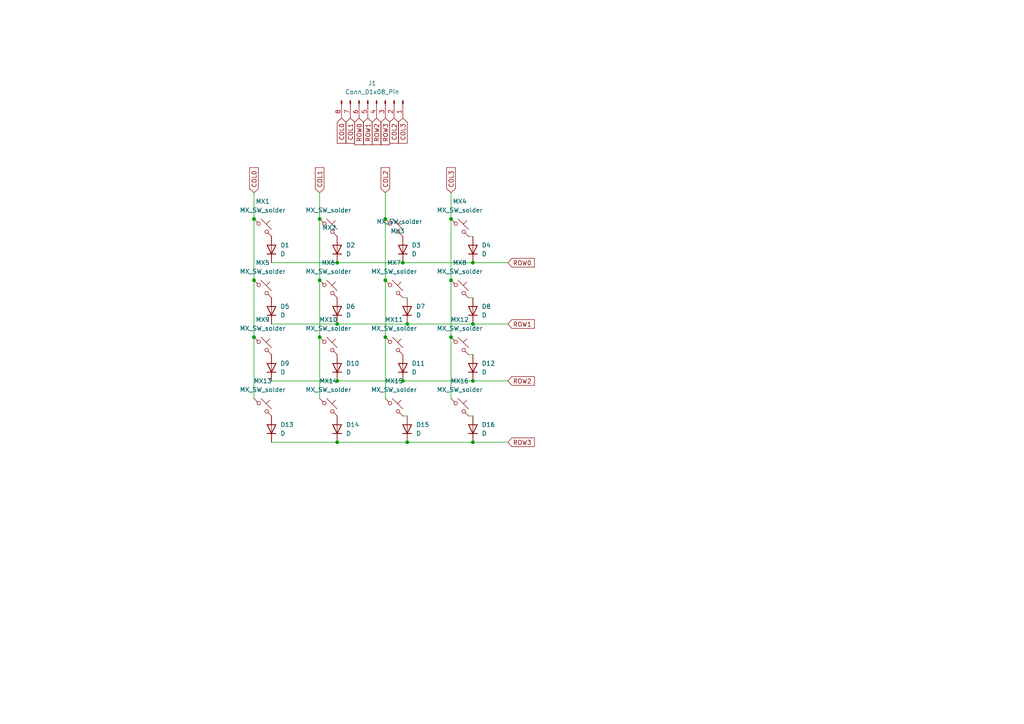
<source format=kicad_sch>
(kicad_sch (version 20250114) (generator "eeschema") (generator_version "9.0")
  (paper "A4")
  (lib_symbols
    (symbol "Connector:Conn_01x08_Pin" (pin_names (offset 1.016) (hide yes))
      (property "Reference" "J" (at 0 10.16 0))
      (property "Value" "Conn_01x08_Pin" (at 0 -12.7 0))
      (symbol "Conn_01x08_Pin_1_1"
        (rectangle (start 0.8636 7.747) (end 0 7.493) (stroke (width 0.1524)) (fill (type outline)))
        (rectangle (start 0.8636 5.207) (end 0 4.953) (stroke (width 0.1524)) (fill (type outline)))
        (rectangle (start 0.8636 2.667) (end 0 2.413) (stroke (width 0.1524)) (fill (type outline)))
        (rectangle (start 0.8636 0.127) (end 0 -0.127) (stroke (width 0.1524)) (fill (type outline)))
        (rectangle (start 0.8636 -2.413) (end 0 -2.667) (stroke (width 0.1524)) (fill (type outline)))
        (rectangle (start 0.8636 -4.953) (end 0 -5.207) (stroke (width 0.1524)) (fill (type outline)))
        (rectangle (start 0.8636 -7.493) (end 0 -7.747) (stroke (width 0.1524)) (fill (type outline)))
        (rectangle (start 0.8636 -10.033) (end 0 -10.287) (stroke (width 0.1524)) (fill (type outline)))
        (polyline (pts (xy 1.27 7.62) (xy 0.8636 7.62)) (stroke (width 0.1524)))
        (polyline (pts (xy 1.27 5.08) (xy 0.8636 5.08)) (stroke (width 0.1524)))
        (polyline (pts (xy 1.27 2.54) (xy 0.8636 2.54)) (stroke (width 0.1524)))
        (polyline (pts (xy 1.27 0) (xy 0.8636 0)) (stroke (width 0.1524)))
        (polyline (pts (xy 1.27 -2.54) (xy 0.8636 -2.54)) (stroke (width 0.1524)))
        (polyline (pts (xy 1.27 -5.08) (xy 0.8636 -5.08)) (stroke (width 0.1524)))
        (polyline (pts (xy 1.27 -7.62) (xy 0.8636 -7.62)) (stroke (width 0.1524)))
        (polyline (pts (xy 1.27 -10.16) (xy 0.8636 -10.16)) (stroke (width 0.1524)))
        (pin passive line (at 5.08 7.62 180) (length 3.81) (name "Pin_1") (number "1"))
        (pin passive line (at 5.08 5.08 180) (length 3.81) (name "Pin_2") (number "2"))
        (pin passive line (at 5.08 2.54 180) (length 3.81) (name "Pin_3") (number "3"))
        (pin passive line (at 5.08 0 180) (length 3.81) (name "Pin_4") (number "4"))
        (pin passive line (at 5.08 -2.54 180) (length 3.81) (name "Pin_5") (number "5"))
        (pin passive line (at 5.08 -5.08 180) (length 3.81) (name "Pin_6") (number "6"))
        (pin passive line (at 5.08 -7.62 180) (length 3.81) (name "Pin_7") (number "7"))
        (pin passive line (at 5.08 -10.16 180) (length 3.81) (name "Pin_8") (number "8"))
      )
    )
    (symbol "Device:D" (pin_numbers (hide yes)) (pin_names (offset 1.016) (hide yes))
      (property "Reference" "D" (at 0 2.54 0))
      (property "Value" "D" (at 0 -2.54 0))
      (symbol "D_0_1"
        (polyline (pts (xy -1.27 1.27) (xy -1.27 -1.27)) (stroke (width 0.254)))
        (polyline (pts (xy 1.27 1.27) (xy 1.27 -1.27) (xy -1.27 0) (xy 1.27 1.27)) (stroke (width 0.254)))
        (polyline (pts (xy 1.27 0) (xy -1.27 0)))
      )
      (symbol "D_1_1"
        (pin passive line (at -3.81 0 0) (length 2.54) (name "K") (number "1"))
        (pin passive line (at 3.81 0 180) (length 2.54) (name "A") (number "2"))
      )
    )
    (symbol "PCM_marbastlib-mx:MX_SW_solder" (pin_numbers (hide yes)) (pin_names (offset 1.016) (hide yes))
      (property "Reference" "MX" (at 3.048 1.016 0))
      (property "Value" "MX_SW_solder" (at 0 -3.81 0))
      (symbol "MX_SW_solder_0_1"
        (polyline (pts (xy -2.54 2.54) (xy -1.524 1.524) (xy -1.524 1.524)))
        (circle (center -1.1684 1.1684) (radius 0.508))
        (polyline (pts (xy -0.508 2.54) (xy 2.54 -0.508)))
        (polyline (pts (xy 1.016 1.016) (xy 2.032 2.032)))
        (circle (center 1.143 -1.1938) (radius 0.508))
        (polyline (pts (xy 1.524 -1.524) (xy 2.54 -2.54) (xy 2.54 -2.54) (xy 2.54 -2.54)))
        (pin passive line (at -2.54 2.54 0) (length 0) (name "1") (number "1"))
        (pin passive line (at 2.54 -2.54 180) (length 0) (name "2") (number "2"))
      )
    )
  )
  (junction (at 116.84 110.49))
  (junction (at 97.79 110.49))
  (junction (at 111.76 81.28))
  (junction (at 137.16 110.49))
  (junction (at 92.71 81.28))
  (junction (at 111.76 63.5))
  (junction (at 130.81 81.28))
  (junction (at 137.16 128.27))
  (junction (at 118.11 128.27))
  (junction (at 92.71 63.5))
  (junction (at 73.66 81.28))
  (junction (at 130.81 63.5))
  (junction (at 118.11 93.98))
  (junction (at 137.16 93.98))
  (junction (at 97.79 128.27))
  (junction (at 116.84 76.2))
  (junction (at 97.79 76.2))
  (junction (at 73.66 63.5))
  (junction (at 73.66 97.79))
  (junction (at 130.81 97.79))
  (junction (at 97.79 93.98))
  (junction (at 92.71 97.79))
  (junction (at 137.16 76.2))
  (junction (at 111.76 97.79))
  (wire (pts (xy 118.11 128.27) (xy 137.16 128.27)))
  (wire (pts (xy 78.74 76.2) (xy 97.79 76.2)))
  (wire (pts (xy 78.74 128.27) (xy 97.79 128.27)))
  (wire (pts (xy 137.16 86.36) (xy 135.89 86.36)))
  (wire (pts (xy 111.76 97.79) (xy 111.76 115.57)))
  (wire (pts (xy 137.16 110.49) (xy 147.32 110.49)))
  (wire (pts (xy 147.32 93.98) (xy 137.16 93.98)))
  (wire (pts (xy 118.11 86.36) (xy 116.84 86.36)))
  (wire (pts (xy 73.66 63.5) (xy 73.66 81.28)))
  (wire (pts (xy 147.32 128.27) (xy 137.16 128.27)))
  (wire (pts (xy 97.79 128.27) (xy 118.11 128.27)))
  (wire (pts (xy 130.81 97.79) (xy 130.81 115.57)))
  (wire (pts (xy 97.79 76.2) (xy 116.84 76.2)))
  (wire (pts (xy 130.81 55.88) (xy 130.81 63.5)))
  (wire (pts (xy 130.81 81.28) (xy 130.81 97.79)))
  (wire (pts (xy 92.71 97.79) (xy 92.71 115.57)))
  (wire (pts (xy 97.79 110.49) (xy 116.84 110.49)))
  (wire (pts (xy 130.81 63.5) (xy 130.81 81.28)))
  (wire (pts (xy 137.16 68.58) (xy 135.89 68.58)))
  (wire (pts (xy 137.16 120.65) (xy 135.89 120.65)))
  (wire (pts (xy 111.76 81.28) (xy 111.76 97.79)))
  (wire (pts (xy 78.74 93.98) (xy 97.79 93.98)))
  (wire (pts (xy 92.71 81.28) (xy 92.71 97.79)))
  (wire (pts (xy 116.84 110.49) (xy 137.16 110.49)))
  (wire (pts (xy 97.79 93.98) (xy 118.11 93.98)))
  (wire (pts (xy 118.11 120.65) (xy 116.84 120.65)))
  (wire (pts (xy 92.71 55.88) (xy 92.71 63.5)))
  (wire (pts (xy 73.66 97.79) (xy 73.66 115.57)))
  (wire (pts (xy 92.71 63.5) (xy 92.71 81.28)))
  (wire (pts (xy 73.66 81.28) (xy 73.66 97.79)))
  (wire (pts (xy 137.16 76.2) (xy 147.32 76.2)))
  (wire (pts (xy 135.89 102.87) (xy 137.16 102.87)))
  (wire (pts (xy 116.84 76.2) (xy 137.16 76.2)))
  (wire (pts (xy 78.74 110.49) (xy 97.79 110.49)))
  (wire (pts (xy 111.76 55.88) (xy 111.76 63.5)))
  (wire (pts (xy 111.76 63.5) (xy 111.76 81.28)))
  (wire (pts (xy 73.66 55.88) (xy 73.66 63.5)))
  (wire (pts (xy 118.11 93.98) (xy 137.16 93.98)))
  (global_label "COL3" (shape input) (at 130.81 55.88 90) (property "Intersheetrefs" "${INTERSHEET_REFS}" (effects (hide yes))))
  (global_label "ROW2" (shape input) (at 147.32 110.49 0) (property "Intersheetrefs" "${INTERSHEET_REFS}" (effects (hide yes))))
  (global_label "ROW3" (shape input) (at 111.76 34.29 270) (property "Intersheetrefs" "${INTERSHEET_REFS}" (effects (hide yes))))
  (global_label "ROW0" (shape input) (at 104.14 34.29 270) (property "Intersheetrefs" "${INTERSHEET_REFS}" (effects (hide yes))))
  (global_label "COL0" (shape input) (at 73.66 55.88 90) (property "Intersheetrefs" "${INTERSHEET_REFS}" (effects (hide yes))))
  (global_label "COL2" (shape input) (at 114.3 34.29 270) (property "Intersheetrefs" "${INTERSHEET_REFS}" (effects (hide yes))))
  (global_label "ROW1" (shape input) (at 106.68 34.29 270) (property "Intersheetrefs" "${INTERSHEET_REFS}" (effects (hide yes))))
  (global_label "COL1" (shape input) (at 101.6 34.29 270) (property "Intersheetrefs" "${INTERSHEET_REFS}" (effects (hide yes))))
  (global_label "COL0" (shape input) (at 99.06 34.29 270) (property "Intersheetrefs" "${INTERSHEET_REFS}" (effects (hide yes))))
  (global_label "ROW3" (shape input) (at 147.32 128.27 0) (property "Intersheetrefs" "${INTERSHEET_REFS}" (effects (hide yes))))
  (global_label "ROW0" (shape input) (at 147.32 76.2 0) (property "Intersheetrefs" "${INTERSHEET_REFS}" (effects (hide yes))))
  (global_label "COL1" (shape input) (at 92.71 55.88 90) (property "Intersheetrefs" "${INTERSHEET_REFS}" (effects (hide yes))))
  (global_label "COL3" (shape input) (at 116.84 34.29 270) (property "Intersheetrefs" "${INTERSHEET_REFS}" (effects (hide yes))))
  (global_label "ROW2" (shape input) (at 109.22 34.29 270) (property "Intersheetrefs" "${INTERSHEET_REFS}" (effects (hide yes))))
  (global_label "COL2" (shape input) (at 111.76 55.88 90) (property "Intersheetrefs" "${INTERSHEET_REFS}" (effects (hide yes))))
  (global_label "ROW1" (shape input) (at 147.32 93.98 0) (property "Intersheetrefs" "${INTERSHEET_REFS}" (effects (hide yes))))
  (symbol (lib_id "PCM_marbastlib-mx:MX_SW_solder") (at 95.25 118.11 0) (unit 1)
    (property "Reference" "MX14" (at 95.25 110.49 0))
    (property "Value" "MX_SW_solder" (at 95.25 113.03 0))
    (property "Footprint" "PCM_marbastlib-mx:SW_MX_1u" (effects (hide yes)))
    (property "Description" "Push button switch, normally open, two pins, 45° tilted" (effects (hide yes)))
  )
  (symbol (lib_id "Device:D") (at 137.16 72.39 90) (unit 1)
    (property "Reference" "D4" (at 139.7 71.1199 90) (effects (justify right)))
    (property "Value" "D" (at 139.7 73.6599 90) (effects (justify right)))
    (property "Footprint" "Diode_SMD:D_SOD-123" (effects (hide yes)))
    (property "Description" "Diode" (effects (hide yes)))
    (property "Sim.Device" "D" (effects (hide yes)))
    (property "Sim.Pins" "1=K 2=A" (effects (hide yes)))
  )
  (symbol (lib_id "Device:D") (at 116.84 72.39 90) (unit 1)
    (property "Reference" "D3" (at 119.38 71.1199 90) (effects (justify right)))
    (property "Value" "D" (at 119.38 73.6599 90) (effects (justify right)))
    (property "Footprint" "Diode_SMD:D_SOD-123" (effects (hide yes)))
    (property "Description" "Diode" (effects (hide yes)))
    (property "Sim.Device" "D" (effects (hide yes)))
    (property "Sim.Pins" "1=K 2=A" (effects (hide yes)))
  )
  (symbol (lib_id "PCM_marbastlib-mx:MX_SW_solder") (at 133.35 118.11 0) (unit 1)
    (property "Reference" "MX16" (at 133.35 110.49 0))
    (property "Value" "MX_SW_solder" (at 133.35 113.03 0))
    (property "Footprint" "PCM_marbastlib-mx:SW_MX_1u" (effects (hide yes)))
    (property "Description" "Push button switch, normally open, two pins, 45° tilted" (effects (hide yes)))
  )
  (symbol (lib_id "Device:D") (at 78.74 106.68 90) (unit 1)
    (property "Reference" "D9" (at 81.28 105.4099 90) (effects (justify right)))
    (property "Value" "D" (at 81.28 107.9499 90) (effects (justify right)))
    (property "Footprint" "Diode_SMD:D_SOD-123" (effects (hide yes)))
    (property "Description" "Diode" (effects (hide yes)))
    (property "Sim.Device" "D" (effects (hide yes)))
    (property "Sim.Pins" "1=K 2=A" (effects (hide yes)))
  )
  (symbol (lib_id "PCM_marbastlib-mx:MX_SW_solder") (at 95.25 83.82 0) (unit 1)
    (property "Reference" "MX6" (at 95.25 76.2 0))
    (property "Value" "MX_SW_solder" (at 95.25 78.74 0))
    (property "Footprint" "PCM_marbastlib-mx:SW_MX_1u" (effects (hide yes)))
    (property "Description" "Push button switch, normally open, two pins, 45° tilted" (effects (hide yes)))
  )
  (symbol (lib_id "Device:D") (at 78.74 124.46 90) (unit 1)
    (property "Reference" "D13" (at 81.28 123.1899 90) (effects (justify right)))
    (property "Value" "D" (at 81.28 125.7299 90) (effects (justify right)))
    (property "Footprint" "Diode_SMD:D_SOD-123" (effects (hide yes)))
    (property "Description" "Diode" (effects (hide yes)))
    (property "Sim.Device" "D" (effects (hide yes)))
    (property "Sim.Pins" "1=K 2=A" (effects (hide yes)))
  )
  (symbol (lib_id "PCM_marbastlib-mx:MX_SW_solder") (at 76.2 100.33 0) (unit 1)
    (property "Reference" "MX9" (at 76.2 92.71 0))
    (property "Value" "MX_SW_solder" (at 76.2 95.25 0))
    (property "Footprint" "PCM_marbastlib-mx:SW_MX_1u" (effects (hide yes)))
    (property "Description" "Push button switch, normally open, two pins, 45° tilted" (effects (hide yes)))
  )
  (symbol (lib_id "PCM_marbastlib-mx:MX_SW_solder") (at 133.35 100.33 0) (unit 1)
    (property "Reference" "MX12" (at 133.35 92.71 0))
    (property "Value" "MX_SW_solder" (at 133.35 95.25 0))
    (property "Footprint" "PCM_marbastlib-mx:SW_MX_1u" (effects (hide yes)))
    (property "Description" "Push button switch, normally open, two pins, 45° tilted" (effects (hide yes)))
  )
  (symbol (lib_id "PCM_marbastlib-mx:MX_SW_solder") (at 76.2 83.82 0) (unit 1)
    (property "Reference" "MX5" (at 76.2 76.2 0))
    (property "Value" "MX_SW_solder" (at 76.2 78.74 0))
    (property "Footprint" "PCM_marbastlib-mx:SW_MX_1u" (effects (hide yes)))
    (property "Description" "Push button switch, normally open, two pins, 45° tilted" (effects (hide yes)))
  )
  (symbol (lib_id "PCM_marbastlib-mx:MX_SW_solder") (at 95.25 66.04 0) (unit 1)
    (property "Reference" "MX2" (at 95.504 66.04 0))
    (property "Value" "MX_SW_solder" (at 95.25 60.96 0))
    (property "Footprint" "PCM_marbastlib-mx:SW_MX_1u" (effects (hide yes)))
    (property "Description" "Push button switch, normally open, two pins, 45° tilted" (effects (hide yes)))
  )
  (symbol (lib_id "Device:D") (at 78.74 90.17 90) (unit 1)
    (property "Reference" "D5" (at 81.28 88.8999 90) (effects (justify right)))
    (property "Value" "D" (at 81.28 91.4399 90) (effects (justify right)))
    (property "Footprint" "Diode_SMD:D_SOD-123" (effects (hide yes)))
    (property "Description" "Diode" (effects (hide yes)))
    (property "Sim.Device" "D" (effects (hide yes)))
    (property "Sim.Pins" "1=K 2=A" (effects (hide yes)))
  )
  (symbol (lib_id "Device:D") (at 118.11 124.46 90) (unit 1)
    (property "Reference" "D15" (at 120.65 123.1899 90) (effects (justify right)))
    (property "Value" "D" (at 120.65 125.7299 90) (effects (justify right)))
    (property "Footprint" "Diode_SMD:D_SOD-123" (effects (hide yes)))
    (property "Description" "Diode" (effects (hide yes)))
    (property "Sim.Device" "D" (effects (hide yes)))
    (property "Sim.Pins" "1=K 2=A" (effects (hide yes)))
  )
  (symbol (lib_id "Connector:Conn_01x08_Pin") (at 109.22 29.21 270) (unit 1)
    (property "Reference" "J1" (at 107.95 24.13 90))
    (property "Value" "Conn_01x08_Pin" (at 107.95 26.67 90))
    (property "Footprint" "Connector_PinHeader_2.54mm:PinHeader_1x08_P2.54mm_Vertical" (effects (hide yes)))
    (property "Description" "Generic connector, single row, 01x08, script generated" (effects (hide yes)))
  )
  (symbol (lib_id "PCM_marbastlib-mx:MX_SW_solder") (at 114.3 118.11 0) (unit 1)
    (property "Reference" "MX15" (at 114.3 110.49 0))
    (property "Value" "MX_SW_solder" (at 114.3 113.03 0))
    (property "Footprint" "PCM_marbastlib-mx:SW_MX_1u" (effects (hide yes)))
    (property "Description" "Push button switch, normally open, two pins, 45° tilted" (effects (hide yes)))
  )
  (symbol (lib_id "Device:D") (at 97.79 106.68 90) (unit 1)
    (property "Reference" "D10" (at 100.33 105.4099 90) (effects (justify right)))
    (property "Value" "D" (at 100.33 107.9499 90) (effects (justify right)))
    (property "Footprint" "Diode_SMD:D_SOD-123" (effects (hide yes)))
    (property "Description" "Diode" (effects (hide yes)))
    (property "Sim.Device" "D" (effects (hide yes)))
    (property "Sim.Pins" "1=K 2=A" (effects (hide yes)))
  )
  (symbol (lib_id "Device:D") (at 97.79 90.17 90) (unit 1)
    (property "Reference" "D6" (at 100.33 88.8999 90) (effects (justify right)))
    (property "Value" "D" (at 100.33 91.4399 90) (effects (justify right)))
    (property "Footprint" "Diode_SMD:D_SOD-123" (effects (hide yes)))
    (property "Description" "Diode" (effects (hide yes)))
    (property "Sim.Device" "D" (effects (hide yes)))
    (property "Sim.Pins" "1=K 2=A" (effects (hide yes)))
  )
  (symbol (lib_id "PCM_marbastlib-mx:MX_SW_solder") (at 114.3 100.33 0) (unit 1)
    (property "Reference" "MX11" (at 114.3 92.71 0))
    (property "Value" "MX_SW_solder" (at 114.3 95.25 0))
    (property "Footprint" "PCM_marbastlib-mx:SW_MX_1u" (effects (hide yes)))
    (property "Description" "Push button switch, normally open, two pins, 45° tilted" (effects (hide yes)))
  )
  (symbol (lib_id "Device:D") (at 97.79 72.39 90) (unit 1)
    (property "Reference" "D2" (at 100.33 71.1199 90) (effects (justify right)))
    (property "Value" "D" (at 100.33 73.6599 90) (effects (justify right)))
    (property "Footprint" "Diode_SMD:D_SOD-123" (effects (hide yes)))
    (property "Description" "Diode" (effects (hide yes)))
    (property "Sim.Device" "D" (effects (hide yes)))
    (property "Sim.Pins" "1=K 2=A" (effects (hide yes)))
  )
  (symbol (lib_id "PCM_marbastlib-mx:MX_SW_solder") (at 76.2 118.11 0) (unit 1)
    (property "Reference" "MX13" (at 76.2 110.49 0))
    (property "Value" "MX_SW_solder" (at 76.2 113.03 0))
    (property "Footprint" "PCM_marbastlib-mx:SW_MX_1u" (effects (hide yes)))
    (property "Description" "Push button switch, normally open, two pins, 45° tilted" (effects (hide yes)))
  )
  (symbol (lib_id "Device:D") (at 118.11 90.17 90) (unit 1)
    (property "Reference" "D7" (at 120.65 88.8999 90) (effects (justify right)))
    (property "Value" "D" (at 120.65 91.4399 90) (effects (justify right)))
    (property "Footprint" "Diode_SMD:D_SOD-123" (effects (hide yes)))
    (property "Description" "Diode" (effects (hide yes)))
    (property "Sim.Device" "D" (effects (hide yes)))
    (property "Sim.Pins" "1=K 2=A" (effects (hide yes)))
  )
  (symbol (lib_id "Device:D") (at 78.74 72.39 90) (unit 1)
    (property "Reference" "D1" (at 81.28 71.1199 90) (effects (justify right)))
    (property "Value" "D" (at 81.28 73.6599 90) (effects (justify right)))
    (property "Footprint" "Diode_SMD:D_SOD-123" (effects (hide yes)))
    (property "Description" "Diode" (effects (hide yes)))
    (property "Sim.Device" "D" (effects (hide yes)))
    (property "Sim.Pins" "1=K 2=A" (effects (hide yes)))
  )
  (symbol (lib_id "Device:D") (at 137.16 106.68 90) (unit 1)
    (property "Reference" "D12" (at 139.7 105.4099 90) (effects (justify right)))
    (property "Value" "D" (at 139.7 107.9499 90) (effects (justify right)))
    (property "Footprint" "Diode_SMD:D_SOD-123" (effects (hide yes)))
    (property "Description" "Diode" (effects (hide yes)))
    (property "Sim.Device" "D" (effects (hide yes)))
    (property "Sim.Pins" "1=K 2=A" (effects (hide yes)))
  )
  (symbol (lib_id "PCM_marbastlib-mx:MX_SW_solder") (at 114.3 66.04 0) (unit 1)
    (property "Reference" "MX3" (at 115.316 67.056 0))
    (property "Value" "MX_SW_solder" (at 115.824 64.262 0))
    (property "Footprint" "PCM_marbastlib-mx:SW_MX_1u" (effects (hide yes)))
    (property "Description" "Push button switch, normally open, two pins, 45° tilted" (effects (hide yes)))
  )
  (symbol (lib_id "PCM_marbastlib-mx:MX_SW_solder") (at 133.35 83.82 0) (unit 1)
    (property "Reference" "MX8" (at 133.35 76.2 0))
    (property "Value" "MX_SW_solder" (at 133.35 78.74 0))
    (property "Footprint" "PCM_marbastlib-mx:SW_MX_1u" (effects (hide yes)))
    (property "Description" "Push button switch, normally open, two pins, 45° tilted" (effects (hide yes)))
  )
  (symbol (lib_id "PCM_marbastlib-mx:MX_SW_solder") (at 76.2 66.04 0) (unit 1)
    (property "Reference" "MX1" (at 76.2 58.42 0))
    (property "Value" "MX_SW_solder" (at 76.2 60.96 0))
    (property "Footprint" "PCM_marbastlib-mx:SW_MX_1u" (effects (hide yes)))
    (property "Description" "Push button switch, normally open, two pins, 45° tilted" (effects (hide yes)))
  )
  (symbol (lib_id "Device:D") (at 97.79 124.46 90) (unit 1)
    (property "Reference" "D14" (at 100.33 123.1899 90) (effects (justify right)))
    (property "Value" "D" (at 100.33 125.7299 90) (effects (justify right)))
    (property "Footprint" "Diode_SMD:D_SOD-123" (effects (hide yes)))
    (property "Description" "Diode" (effects (hide yes)))
    (property "Sim.Device" "D" (effects (hide yes)))
    (property "Sim.Pins" "1=K 2=A" (effects (hide yes)))
  )
  (symbol (lib_id "PCM_marbastlib-mx:MX_SW_solder") (at 133.35 66.04 0) (unit 1)
    (property "Reference" "MX4" (at 133.35 58.42 0))
    (property "Value" "MX_SW_solder" (at 133.35 60.96 0))
    (property "Footprint" "PCM_marbastlib-mx:SW_MX_1u" (effects (hide yes)))
    (property "Description" "Push button switch, normally open, two pins, 45° tilted" (effects (hide yes)))
  )
  (symbol (lib_id "PCM_marbastlib-mx:MX_SW_solder") (at 95.25 100.33 0) (unit 1)
    (property "Reference" "MX10" (at 95.25 92.71 0))
    (property "Value" "MX_SW_solder" (at 95.25 95.25 0))
    (property "Footprint" "PCM_marbastlib-mx:SW_MX_1u" (effects (hide yes)))
    (property "Description" "Push button switch, normally open, two pins, 45° tilted" (effects (hide yes)))
  )
  (symbol (lib_id "Device:D") (at 137.16 124.46 90) (unit 1)
    (property "Reference" "D16" (at 139.7 123.1899 90) (effects (justify right)))
    (property "Value" "D" (at 139.7 125.7299 90) (effects (justify right)))
    (property "Footprint" "Diode_SMD:D_SOD-123" (effects (hide yes)))
    (property "Description" "Diode" (effects (hide yes)))
    (property "Sim.Device" "D" (effects (hide yes)))
    (property "Sim.Pins" "1=K 2=A" (effects (hide yes)))
  )
  (symbol (lib_id "Device:D") (at 116.84 106.68 90) (unit 1)
    (property "Reference" "D11" (at 119.38 105.4099 90) (effects (justify right)))
    (property "Value" "D" (at 119.38 107.9499 90) (effects (justify right)))
    (property "Footprint" "Diode_SMD:D_SOD-123" (effects (hide yes)))
    (property "Description" "Diode" (effects (hide yes)))
    (property "Sim.Device" "D" (effects (hide yes)))
    (property "Sim.Pins" "1=K 2=A" (effects (hide yes)))
  )
  (symbol (lib_id "Device:D") (at 137.16 90.17 90) (unit 1)
    (property "Reference" "D8" (at 139.7 88.8999 90) (effects (justify right)))
    (property "Value" "D" (at 139.7 91.4399 90) (effects (justify right)))
    (property "Footprint" "Diode_SMD:D_SOD-123" (effects (hide yes)))
    (property "Description" "Diode" (effects (hide yes)))
    (property "Sim.Device" "D" (effects (hide yes)))
    (property "Sim.Pins" "1=K 2=A" (effects (hide yes)))
  )
  (symbol (lib_id "PCM_marbastlib-mx:MX_SW_solder") (at 114.3 83.82 0) (unit 1)
    (property "Reference" "MX7" (at 114.3 76.2 0))
    (property "Value" "MX_SW_solder" (at 114.3 78.74 0))
    (property "Footprint" "PCM_marbastlib-mx:SW_MX_1u" (effects (hide yes)))
    (property "Description" "Push button switch, normally open, two pins, 45° tilted" (effects (hide yes)))
  )
)
</source>
